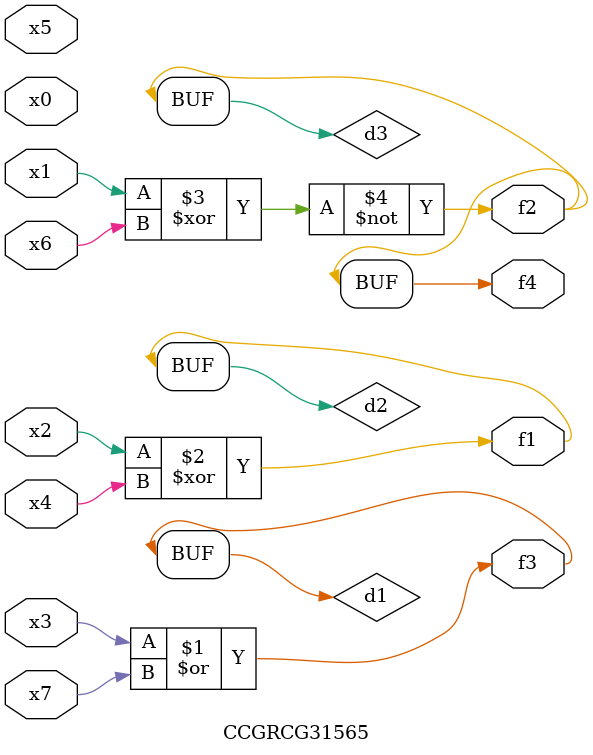
<source format=v>
module CCGRCG31565(
	input x0, x1, x2, x3, x4, x5, x6, x7,
	output f1, f2, f3, f4
);

	wire d1, d2, d3;

	or (d1, x3, x7);
	xor (d2, x2, x4);
	xnor (d3, x1, x6);
	assign f1 = d2;
	assign f2 = d3;
	assign f3 = d1;
	assign f4 = d3;
endmodule

</source>
